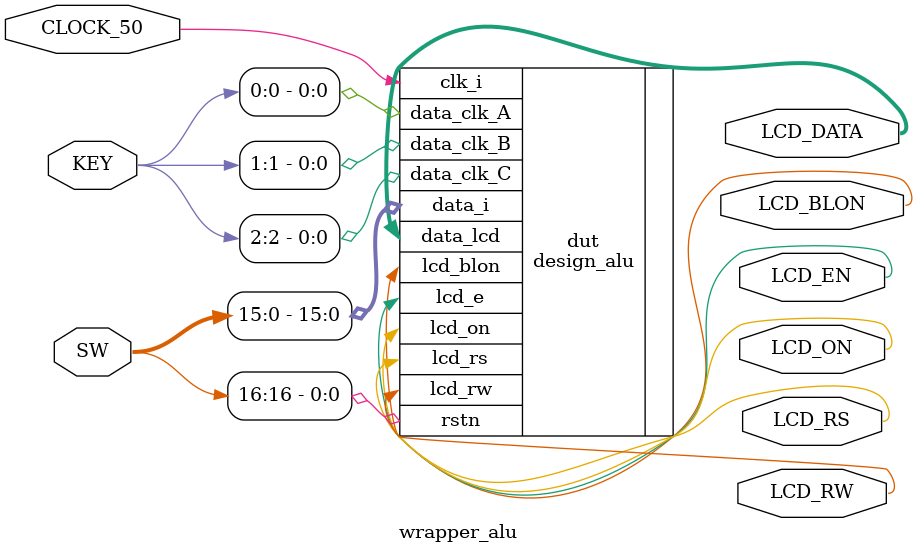
<source format=sv>
module wrapper_alu (
// input
input logic CLOCK_50,
input logic [16:0] SW,
input logic [2:0] KEY,
// output
output logic LCD_EN, LCD_RS,LCD_ON,LCD_BLON,LCD_RW,
output logic [7:0] LCD_DATA
);
design_alu dut (
.clk_i (CLOCK_50),
.data_i(SW[15:0]),
.lcd_e(LCD_EN),
.lcd_rs(LCD_RS),
.lcd_on(LCD_ON),
.lcd_blon(LCD_BLON),
.lcd_rw(LCD_RW),
.data_lcd(LCD_DATA),
.data_clk_A(KEY[0]),
.data_clk_B(KEY[1]),
.data_clk_C(KEY[2]),
.rstn(SW[16])
);
endmodule

</source>
